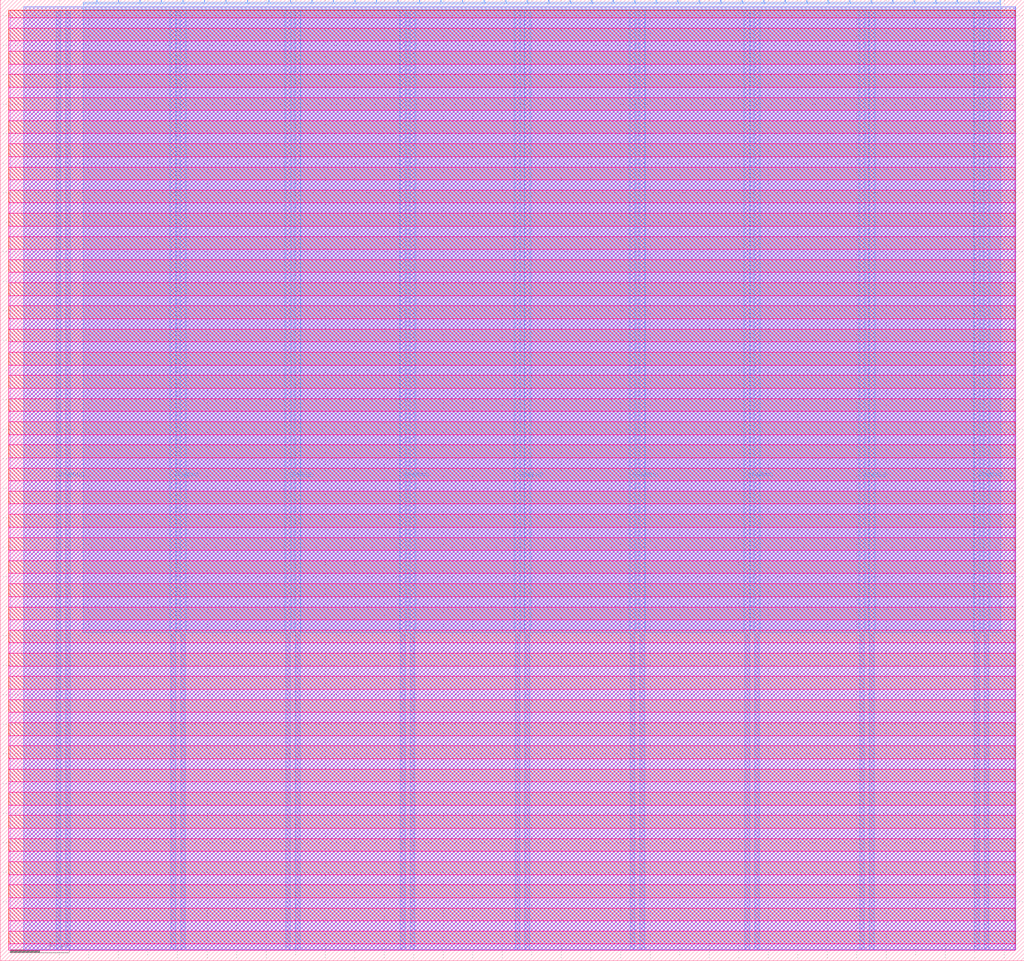
<source format=lef>
VERSION 5.7 ;
  NOWIREEXTENSIONATPIN ON ;
  DIVIDERCHAR "/" ;
  BUSBITCHARS "[]" ;
MACRO tt_um_mmorri22_cse_30342
  CLASS BLOCK ;
  FOREIGN tt_um_mmorri22_cse_30342 ;
  ORIGIN 0.000 0.000 ;
  SIZE 346.640 BY 325.360 ;
  PIN VGND
    DIRECTION INOUT ;
    USE GROUND ;
    PORT
      LAYER Metal4 ;
        RECT 22.180 3.620 23.780 321.740 ;
    END
    PORT
      LAYER Metal4 ;
        RECT 61.050 3.620 62.650 321.740 ;
    END
    PORT
      LAYER Metal4 ;
        RECT 99.920 3.620 101.520 321.740 ;
    END
    PORT
      LAYER Metal4 ;
        RECT 138.790 3.620 140.390 321.740 ;
    END
    PORT
      LAYER Metal4 ;
        RECT 177.660 3.620 179.260 321.740 ;
    END
    PORT
      LAYER Metal4 ;
        RECT 216.530 3.620 218.130 321.740 ;
    END
    PORT
      LAYER Metal4 ;
        RECT 255.400 3.620 257.000 321.740 ;
    END
    PORT
      LAYER Metal4 ;
        RECT 294.270 3.620 295.870 321.740 ;
    END
    PORT
      LAYER Metal4 ;
        RECT 333.140 3.620 334.740 321.740 ;
    END
  END VGND
  PIN VPWR
    DIRECTION INOUT ;
    USE POWER ;
    PORT
      LAYER Metal4 ;
        RECT 18.880 3.620 20.480 321.740 ;
    END
    PORT
      LAYER Metal4 ;
        RECT 57.750 3.620 59.350 321.740 ;
    END
    PORT
      LAYER Metal4 ;
        RECT 96.620 3.620 98.220 321.740 ;
    END
    PORT
      LAYER Metal4 ;
        RECT 135.490 3.620 137.090 321.740 ;
    END
    PORT
      LAYER Metal4 ;
        RECT 174.360 3.620 175.960 321.740 ;
    END
    PORT
      LAYER Metal4 ;
        RECT 213.230 3.620 214.830 321.740 ;
    END
    PORT
      LAYER Metal4 ;
        RECT 252.100 3.620 253.700 321.740 ;
    END
    PORT
      LAYER Metal4 ;
        RECT 290.970 3.620 292.570 321.740 ;
    END
    PORT
      LAYER Metal4 ;
        RECT 329.840 3.620 331.440 321.740 ;
    END
  END VPWR
  PIN clk
    DIRECTION INPUT ;
    USE SIGNAL ;
    ANTENNAGATEAREA 4.738000 ;
    PORT
      LAYER Metal4 ;
        RECT 331.090 324.360 331.390 325.360 ;
    END
  END clk
  PIN ena
    DIRECTION INPUT ;
    USE SIGNAL ;
    ANTENNAGATEAREA 4.651000 ;
    PORT
      LAYER Metal4 ;
        RECT 338.370 324.360 338.670 325.360 ;
    END
  END ena
  PIN rst_n
    DIRECTION INPUT ;
    USE SIGNAL ;
    ANTENNAGATEAREA 0.396000 ;
    PORT
      LAYER Metal4 ;
        RECT 323.810 324.360 324.110 325.360 ;
    END
  END rst_n
  PIN ui_in[0]
    DIRECTION INPUT ;
    USE SIGNAL ;
    ANTENNAGATEAREA 1.102000 ;
    PORT
      LAYER Metal4 ;
        RECT 316.530 324.360 316.830 325.360 ;
    END
  END ui_in[0]
  PIN ui_in[1]
    DIRECTION INPUT ;
    USE SIGNAL ;
    ANTENNAGATEAREA 1.102000 ;
    PORT
      LAYER Metal4 ;
        RECT 309.250 324.360 309.550 325.360 ;
    END
  END ui_in[1]
  PIN ui_in[2]
    DIRECTION INPUT ;
    USE SIGNAL ;
    ANTENNAGATEAREA 1.102000 ;
    PORT
      LAYER Metal4 ;
        RECT 301.970 324.360 302.270 325.360 ;
    END
  END ui_in[2]
  PIN ui_in[3]
    DIRECTION INPUT ;
    USE SIGNAL ;
    ANTENNAGATEAREA 1.102000 ;
    PORT
      LAYER Metal4 ;
        RECT 294.690 324.360 294.990 325.360 ;
    END
  END ui_in[3]
  PIN ui_in[4]
    DIRECTION INPUT ;
    USE SIGNAL ;
    ANTENNAGATEAREA 1.102000 ;
    PORT
      LAYER Metal4 ;
        RECT 287.410 324.360 287.710 325.360 ;
    END
  END ui_in[4]
  PIN ui_in[5]
    DIRECTION INPUT ;
    USE SIGNAL ;
    ANTENNAGATEAREA 1.102000 ;
    PORT
      LAYER Metal4 ;
        RECT 280.130 324.360 280.430 325.360 ;
    END
  END ui_in[5]
  PIN ui_in[6]
    DIRECTION INPUT ;
    USE SIGNAL ;
    ANTENNAGATEAREA 1.102000 ;
    PORT
      LAYER Metal4 ;
        RECT 272.850 324.360 273.150 325.360 ;
    END
  END ui_in[6]
  PIN ui_in[7]
    DIRECTION INPUT ;
    USE SIGNAL ;
    ANTENNAGATEAREA 1.102000 ;
    PORT
      LAYER Metal4 ;
        RECT 265.570 324.360 265.870 325.360 ;
    END
  END ui_in[7]
  PIN uio_in[0]
    DIRECTION INPUT ;
    USE SIGNAL ;
    ANTENNAGATEAREA 0.396000 ;
    PORT
      LAYER Metal4 ;
        RECT 258.290 324.360 258.590 325.360 ;
    END
  END uio_in[0]
  PIN uio_in[1]
    DIRECTION INPUT ;
    USE SIGNAL ;
    ANTENNAGATEAREA 0.396000 ;
    PORT
      LAYER Metal4 ;
        RECT 251.010 324.360 251.310 325.360 ;
    END
  END uio_in[1]
  PIN uio_in[2]
    DIRECTION INPUT ;
    USE SIGNAL ;
    ANTENNAGATEAREA 0.498500 ;
    PORT
      LAYER Metal4 ;
        RECT 243.730 324.360 244.030 325.360 ;
    END
  END uio_in[2]
  PIN uio_in[3]
    DIRECTION INPUT ;
    USE SIGNAL ;
    ANTENNAGATEAREA 0.726000 ;
    PORT
      LAYER Metal4 ;
        RECT 236.450 324.360 236.750 325.360 ;
    END
  END uio_in[3]
  PIN uio_in[4]
    DIRECTION INPUT ;
    USE SIGNAL ;
    PORT
      LAYER Metal4 ;
        RECT 229.170 324.360 229.470 325.360 ;
    END
  END uio_in[4]
  PIN uio_in[5]
    DIRECTION INPUT ;
    USE SIGNAL ;
    PORT
      LAYER Metal4 ;
        RECT 221.890 324.360 222.190 325.360 ;
    END
  END uio_in[5]
  PIN uio_in[6]
    DIRECTION INPUT ;
    USE SIGNAL ;
    PORT
      LAYER Metal4 ;
        RECT 214.610 324.360 214.910 325.360 ;
    END
  END uio_in[6]
  PIN uio_in[7]
    DIRECTION INPUT ;
    USE SIGNAL ;
    PORT
      LAYER Metal4 ;
        RECT 207.330 324.360 207.630 325.360 ;
    END
  END uio_in[7]
  PIN uio_oe[0]
    DIRECTION OUTPUT ;
    USE SIGNAL ;
    ANTENNADIFFAREA 0.360800 ;
    PORT
      LAYER Metal4 ;
        RECT 83.570 324.360 83.870 325.360 ;
    END
  END uio_oe[0]
  PIN uio_oe[1]
    DIRECTION OUTPUT ;
    USE SIGNAL ;
    ANTENNADIFFAREA 0.360800 ;
    PORT
      LAYER Metal4 ;
        RECT 76.290 324.360 76.590 325.360 ;
    END
  END uio_oe[1]
  PIN uio_oe[2]
    DIRECTION OUTPUT ;
    USE SIGNAL ;
    ANTENNADIFFAREA 0.360800 ;
    PORT
      LAYER Metal4 ;
        RECT 69.010 324.360 69.310 325.360 ;
    END
  END uio_oe[2]
  PIN uio_oe[3]
    DIRECTION OUTPUT ;
    USE SIGNAL ;
    ANTENNADIFFAREA 0.360800 ;
    PORT
      LAYER Metal4 ;
        RECT 61.730 324.360 62.030 325.360 ;
    END
  END uio_oe[3]
  PIN uio_oe[4]
    DIRECTION OUTPUT ;
    USE SIGNAL ;
    ANTENNADIFFAREA 0.536800 ;
    PORT
      LAYER Metal4 ;
        RECT 54.450 324.360 54.750 325.360 ;
    END
  END uio_oe[4]
  PIN uio_oe[5]
    DIRECTION OUTPUT ;
    USE SIGNAL ;
    ANTENNADIFFAREA 1.986000 ;
    PORT
      LAYER Metal4 ;
        RECT 47.170 324.360 47.470 325.360 ;
    END
  END uio_oe[5]
  PIN uio_oe[6]
    DIRECTION OUTPUT ;
    USE SIGNAL ;
    ANTENNADIFFAREA 1.986000 ;
    PORT
      LAYER Metal4 ;
        RECT 39.890 324.360 40.190 325.360 ;
    END
  END uio_oe[6]
  PIN uio_oe[7]
    DIRECTION OUTPUT ;
    USE SIGNAL ;
    ANTENNADIFFAREA 1.986000 ;
    PORT
      LAYER Metal4 ;
        RECT 32.610 324.360 32.910 325.360 ;
    END
  END uio_oe[7]
  PIN uio_out[0]
    DIRECTION OUTPUT ;
    USE SIGNAL ;
    ANTENNADIFFAREA 1.986000 ;
    PORT
      LAYER Metal4 ;
        RECT 141.810 324.360 142.110 325.360 ;
    END
  END uio_out[0]
  PIN uio_out[1]
    DIRECTION OUTPUT ;
    USE SIGNAL ;
    ANTENNADIFFAREA 1.986000 ;
    PORT
      LAYER Metal4 ;
        RECT 134.530 324.360 134.830 325.360 ;
    END
  END uio_out[1]
  PIN uio_out[2]
    DIRECTION OUTPUT ;
    USE SIGNAL ;
    ANTENNADIFFAREA 1.986000 ;
    PORT
      LAYER Metal4 ;
        RECT 127.250 324.360 127.550 325.360 ;
    END
  END uio_out[2]
  PIN uio_out[3]
    DIRECTION OUTPUT ;
    USE SIGNAL ;
    ANTENNADIFFAREA 1.986000 ;
    PORT
      LAYER Metal4 ;
        RECT 119.970 324.360 120.270 325.360 ;
    END
  END uio_out[3]
  PIN uio_out[4]
    DIRECTION OUTPUT ;
    USE SIGNAL ;
    ANTENNADIFFAREA 2.080400 ;
    PORT
      LAYER Metal4 ;
        RECT 112.690 324.360 112.990 325.360 ;
    END
  END uio_out[4]
  PIN uio_out[5]
    DIRECTION OUTPUT ;
    USE SIGNAL ;
    ANTENNADIFFAREA 1.986000 ;
    PORT
      LAYER Metal4 ;
        RECT 105.410 324.360 105.710 325.360 ;
    END
  END uio_out[5]
  PIN uio_out[6]
    DIRECTION OUTPUT ;
    USE SIGNAL ;
    ANTENNADIFFAREA 1.986000 ;
    PORT
      LAYER Metal4 ;
        RECT 98.130 324.360 98.430 325.360 ;
    END
  END uio_out[6]
  PIN uio_out[7]
    DIRECTION OUTPUT ;
    USE SIGNAL ;
    ANTENNADIFFAREA 1.986000 ;
    PORT
      LAYER Metal4 ;
        RECT 90.850 324.360 91.150 325.360 ;
    END
  END uio_out[7]
  PIN uo_out[0]
    DIRECTION OUTPUT ;
    USE SIGNAL ;
    ANTENNADIFFAREA 4.295200 ;
    PORT
      LAYER Metal4 ;
        RECT 200.050 324.360 200.350 325.360 ;
    END
  END uo_out[0]
  PIN uo_out[1]
    DIRECTION OUTPUT ;
    USE SIGNAL ;
    ANTENNADIFFAREA 4.295200 ;
    PORT
      LAYER Metal4 ;
        RECT 192.770 324.360 193.070 325.360 ;
    END
  END uo_out[1]
  PIN uo_out[2]
    DIRECTION OUTPUT ;
    USE SIGNAL ;
    ANTENNADIFFAREA 4.295200 ;
    PORT
      LAYER Metal4 ;
        RECT 185.490 324.360 185.790 325.360 ;
    END
  END uo_out[2]
  PIN uo_out[3]
    DIRECTION OUTPUT ;
    USE SIGNAL ;
    ANTENNADIFFAREA 4.295200 ;
    PORT
      LAYER Metal4 ;
        RECT 178.210 324.360 178.510 325.360 ;
    END
  END uo_out[3]
  PIN uo_out[4]
    DIRECTION OUTPUT ;
    USE SIGNAL ;
    ANTENNAGATEAREA 23.348999 ;
    ANTENNADIFFAREA 4.731200 ;
    PORT
      LAYER Metal4 ;
        RECT 170.930 324.360 171.230 325.360 ;
    END
  END uo_out[4]
  PIN uo_out[5]
    DIRECTION OUTPUT ;
    USE SIGNAL ;
    ANTENNAGATEAREA 19.397999 ;
    ANTENNADIFFAREA 2.111200 ;
    PORT
      LAYER Metal4 ;
        RECT 163.650 324.360 163.950 325.360 ;
    END
  END uo_out[5]
  PIN uo_out[6]
    DIRECTION OUTPUT ;
    USE SIGNAL ;
    ANTENNAGATEAREA 14.026999 ;
    ANTENNADIFFAREA 2.111200 ;
    PORT
      LAYER Metal4 ;
        RECT 156.370 324.360 156.670 325.360 ;
    END
  END uo_out[6]
  PIN uo_out[7]
    DIRECTION OUTPUT ;
    USE SIGNAL ;
    ANTENNAGATEAREA 16.007500 ;
    ANTENNADIFFAREA 2.597200 ;
    PORT
      LAYER Metal4 ;
        RECT 149.090 324.360 149.390 325.360 ;
    END
  END uo_out[7]
  OBS
      LAYER Nwell ;
        RECT 2.930 319.280 343.710 321.870 ;
      LAYER Pwell ;
        RECT 2.930 315.760 343.710 319.280 ;
      LAYER Nwell ;
        RECT 2.930 311.440 343.710 315.760 ;
      LAYER Pwell ;
        RECT 2.930 307.920 343.710 311.440 ;
      LAYER Nwell ;
        RECT 2.930 303.600 343.710 307.920 ;
      LAYER Pwell ;
        RECT 2.930 300.080 343.710 303.600 ;
      LAYER Nwell ;
        RECT 2.930 295.760 343.710 300.080 ;
      LAYER Pwell ;
        RECT 2.930 292.240 343.710 295.760 ;
      LAYER Nwell ;
        RECT 2.930 287.920 343.710 292.240 ;
      LAYER Pwell ;
        RECT 2.930 284.400 343.710 287.920 ;
      LAYER Nwell ;
        RECT 2.930 280.080 343.710 284.400 ;
      LAYER Pwell ;
        RECT 2.930 276.560 343.710 280.080 ;
      LAYER Nwell ;
        RECT 2.930 272.240 343.710 276.560 ;
      LAYER Pwell ;
        RECT 2.930 268.720 343.710 272.240 ;
      LAYER Nwell ;
        RECT 2.930 264.400 343.710 268.720 ;
      LAYER Pwell ;
        RECT 2.930 260.880 343.710 264.400 ;
      LAYER Nwell ;
        RECT 2.930 256.560 343.710 260.880 ;
      LAYER Pwell ;
        RECT 2.930 253.040 343.710 256.560 ;
      LAYER Nwell ;
        RECT 2.930 248.720 343.710 253.040 ;
      LAYER Pwell ;
        RECT 2.930 245.200 343.710 248.720 ;
      LAYER Nwell ;
        RECT 2.930 240.880 343.710 245.200 ;
      LAYER Pwell ;
        RECT 2.930 237.360 343.710 240.880 ;
      LAYER Nwell ;
        RECT 2.930 233.040 343.710 237.360 ;
      LAYER Pwell ;
        RECT 2.930 229.520 343.710 233.040 ;
      LAYER Nwell ;
        RECT 2.930 225.200 343.710 229.520 ;
      LAYER Pwell ;
        RECT 2.930 221.680 343.710 225.200 ;
      LAYER Nwell ;
        RECT 2.930 217.360 343.710 221.680 ;
      LAYER Pwell ;
        RECT 2.930 213.840 343.710 217.360 ;
      LAYER Nwell ;
        RECT 2.930 209.520 343.710 213.840 ;
      LAYER Pwell ;
        RECT 2.930 206.000 343.710 209.520 ;
      LAYER Nwell ;
        RECT 2.930 201.680 343.710 206.000 ;
      LAYER Pwell ;
        RECT 2.930 198.160 343.710 201.680 ;
      LAYER Nwell ;
        RECT 2.930 193.840 343.710 198.160 ;
      LAYER Pwell ;
        RECT 2.930 190.320 343.710 193.840 ;
      LAYER Nwell ;
        RECT 2.930 186.000 343.710 190.320 ;
      LAYER Pwell ;
        RECT 2.930 182.480 343.710 186.000 ;
      LAYER Nwell ;
        RECT 2.930 178.160 343.710 182.480 ;
      LAYER Pwell ;
        RECT 2.930 174.640 343.710 178.160 ;
      LAYER Nwell ;
        RECT 2.930 170.320 343.710 174.640 ;
      LAYER Pwell ;
        RECT 2.930 166.800 343.710 170.320 ;
      LAYER Nwell ;
        RECT 2.930 162.480 343.710 166.800 ;
      LAYER Pwell ;
        RECT 2.930 158.960 343.710 162.480 ;
      LAYER Nwell ;
        RECT 2.930 154.640 343.710 158.960 ;
      LAYER Pwell ;
        RECT 2.930 151.120 343.710 154.640 ;
      LAYER Nwell ;
        RECT 2.930 146.800 343.710 151.120 ;
      LAYER Pwell ;
        RECT 2.930 143.280 343.710 146.800 ;
      LAYER Nwell ;
        RECT 2.930 138.960 343.710 143.280 ;
      LAYER Pwell ;
        RECT 2.930 135.440 343.710 138.960 ;
      LAYER Nwell ;
        RECT 2.930 131.120 343.710 135.440 ;
      LAYER Pwell ;
        RECT 2.930 127.600 343.710 131.120 ;
      LAYER Nwell ;
        RECT 2.930 123.280 343.710 127.600 ;
      LAYER Pwell ;
        RECT 2.930 119.760 343.710 123.280 ;
      LAYER Nwell ;
        RECT 2.930 115.440 343.710 119.760 ;
      LAYER Pwell ;
        RECT 2.930 111.920 343.710 115.440 ;
      LAYER Nwell ;
        RECT 2.930 107.600 343.710 111.920 ;
      LAYER Pwell ;
        RECT 2.930 104.080 343.710 107.600 ;
      LAYER Nwell ;
        RECT 2.930 99.760 343.710 104.080 ;
      LAYER Pwell ;
        RECT 2.930 96.240 343.710 99.760 ;
      LAYER Nwell ;
        RECT 2.930 91.920 343.710 96.240 ;
      LAYER Pwell ;
        RECT 2.930 88.400 343.710 91.920 ;
      LAYER Nwell ;
        RECT 2.930 84.080 343.710 88.400 ;
      LAYER Pwell ;
        RECT 2.930 80.560 343.710 84.080 ;
      LAYER Nwell ;
        RECT 2.930 76.240 343.710 80.560 ;
      LAYER Pwell ;
        RECT 2.930 72.720 343.710 76.240 ;
      LAYER Nwell ;
        RECT 2.930 68.400 343.710 72.720 ;
      LAYER Pwell ;
        RECT 2.930 64.880 343.710 68.400 ;
      LAYER Nwell ;
        RECT 2.930 60.560 343.710 64.880 ;
      LAYER Pwell ;
        RECT 2.930 57.040 343.710 60.560 ;
      LAYER Nwell ;
        RECT 2.930 52.720 343.710 57.040 ;
      LAYER Pwell ;
        RECT 2.930 49.200 343.710 52.720 ;
      LAYER Nwell ;
        RECT 2.930 44.880 343.710 49.200 ;
      LAYER Pwell ;
        RECT 2.930 41.360 343.710 44.880 ;
      LAYER Nwell ;
        RECT 2.930 37.040 343.710 41.360 ;
      LAYER Pwell ;
        RECT 2.930 33.520 343.710 37.040 ;
      LAYER Nwell ;
        RECT 2.930 29.200 343.710 33.520 ;
      LAYER Pwell ;
        RECT 2.930 25.680 343.710 29.200 ;
      LAYER Nwell ;
        RECT 2.930 21.360 343.710 25.680 ;
      LAYER Pwell ;
        RECT 2.930 17.840 343.710 21.360 ;
      LAYER Nwell ;
        RECT 2.930 13.520 343.710 17.840 ;
      LAYER Pwell ;
        RECT 2.930 10.000 343.710 13.520 ;
      LAYER Nwell ;
        RECT 2.930 5.680 343.710 10.000 ;
      LAYER Pwell ;
        RECT 2.930 3.490 343.710 5.680 ;
      LAYER Metal1 ;
        RECT 3.360 3.620 343.280 321.740 ;
      LAYER Metal2 ;
        RECT 7.980 3.730 343.700 323.030 ;
      LAYER Metal3 ;
        RECT 7.930 3.780 343.750 322.980 ;
      LAYER Metal4 ;
        RECT 28.140 324.060 32.310 324.590 ;
        RECT 33.210 324.060 39.590 324.590 ;
        RECT 40.490 324.060 46.870 324.590 ;
        RECT 47.770 324.060 54.150 324.590 ;
        RECT 55.050 324.060 61.430 324.590 ;
        RECT 62.330 324.060 68.710 324.590 ;
        RECT 69.610 324.060 75.990 324.590 ;
        RECT 76.890 324.060 83.270 324.590 ;
        RECT 84.170 324.060 90.550 324.590 ;
        RECT 91.450 324.060 97.830 324.590 ;
        RECT 98.730 324.060 105.110 324.590 ;
        RECT 106.010 324.060 112.390 324.590 ;
        RECT 113.290 324.060 119.670 324.590 ;
        RECT 120.570 324.060 126.950 324.590 ;
        RECT 127.850 324.060 134.230 324.590 ;
        RECT 135.130 324.060 141.510 324.590 ;
        RECT 142.410 324.060 148.790 324.590 ;
        RECT 149.690 324.060 156.070 324.590 ;
        RECT 156.970 324.060 163.350 324.590 ;
        RECT 164.250 324.060 170.630 324.590 ;
        RECT 171.530 324.060 177.910 324.590 ;
        RECT 178.810 324.060 185.190 324.590 ;
        RECT 186.090 324.060 192.470 324.590 ;
        RECT 193.370 324.060 199.750 324.590 ;
        RECT 200.650 324.060 207.030 324.590 ;
        RECT 207.930 324.060 214.310 324.590 ;
        RECT 215.210 324.060 221.590 324.590 ;
        RECT 222.490 324.060 228.870 324.590 ;
        RECT 229.770 324.060 236.150 324.590 ;
        RECT 237.050 324.060 243.430 324.590 ;
        RECT 244.330 324.060 250.710 324.590 ;
        RECT 251.610 324.060 257.990 324.590 ;
        RECT 258.890 324.060 265.270 324.590 ;
        RECT 266.170 324.060 272.550 324.590 ;
        RECT 273.450 324.060 279.830 324.590 ;
        RECT 280.730 324.060 287.110 324.590 ;
        RECT 288.010 324.060 294.390 324.590 ;
        RECT 295.290 324.060 301.670 324.590 ;
        RECT 302.570 324.060 308.950 324.590 ;
        RECT 309.850 324.060 316.230 324.590 ;
        RECT 317.130 324.060 323.510 324.590 ;
        RECT 324.410 324.060 330.790 324.590 ;
        RECT 331.690 324.060 338.070 324.590 ;
        RECT 28.140 322.040 338.660 324.060 ;
        RECT 28.140 110.970 57.450 322.040 ;
        RECT 59.650 110.970 60.750 322.040 ;
        RECT 62.950 110.970 96.320 322.040 ;
        RECT 98.520 110.970 99.620 322.040 ;
        RECT 101.820 110.970 135.190 322.040 ;
        RECT 137.390 110.970 138.490 322.040 ;
        RECT 140.690 110.970 174.060 322.040 ;
        RECT 176.260 110.970 177.360 322.040 ;
        RECT 179.560 110.970 212.930 322.040 ;
        RECT 215.130 110.970 216.230 322.040 ;
        RECT 218.430 110.970 251.800 322.040 ;
        RECT 254.000 110.970 255.100 322.040 ;
        RECT 257.300 110.970 290.670 322.040 ;
        RECT 292.870 110.970 293.970 322.040 ;
        RECT 296.170 110.970 329.540 322.040 ;
        RECT 331.740 110.970 332.840 322.040 ;
        RECT 335.040 110.970 338.660 322.040 ;
  END
END tt_um_mmorri22_cse_30342
END LIBRARY


</source>
